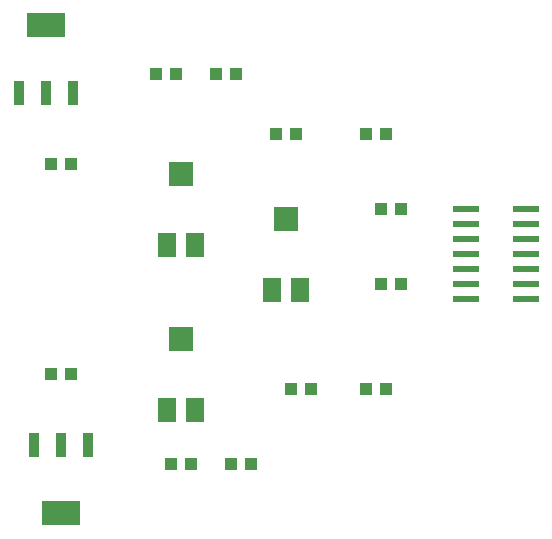
<source format=gbr>
G04 EAGLE Gerber RS-274X export*
G75*
%MOMM*%
%FSLAX34Y34*%
%LPD*%
%INSolderpaste Top*%
%IPPOS*%
%AMOC8*
5,1,8,0,0,1.08239X$1,22.5*%
G01*
%ADD10R,1.000000X1.100000*%
%ADD11R,1.100000X1.000000*%
%ADD12R,0.950000X2.150000*%
%ADD13R,3.250000X2.150000*%
%ADD14R,2.286000X0.558800*%
%ADD15R,1.600000X2.000000*%
%ADD16R,2.000000X2.000000*%


D10*
X334400Y139700D03*
X351400Y139700D03*
X347100Y292100D03*
X364100Y292100D03*
X270900Y139700D03*
X287900Y139700D03*
X351400Y355600D03*
X334400Y355600D03*
X347100Y228600D03*
X364100Y228600D03*
X258200Y355600D03*
X275200Y355600D03*
D11*
X207400Y406400D03*
X224400Y406400D03*
X67700Y330200D03*
X84700Y330200D03*
X67700Y152400D03*
X84700Y152400D03*
X169300Y76200D03*
X186300Y76200D03*
D10*
X156600Y406400D03*
X173600Y406400D03*
X220100Y76200D03*
X237100Y76200D03*
D12*
X40500Y390100D03*
X63500Y390100D03*
X86500Y390100D03*
D13*
X63500Y448100D03*
D12*
X99200Y92500D03*
X76200Y92500D03*
X53200Y92500D03*
D13*
X76200Y34500D03*
D14*
X419354Y292100D03*
X419354Y279400D03*
X419354Y266700D03*
X419354Y254000D03*
X419354Y241300D03*
X419354Y228600D03*
X419354Y215900D03*
X469646Y215900D03*
X469646Y228600D03*
X469646Y241300D03*
X469646Y254000D03*
X469646Y266700D03*
X469646Y279400D03*
X469646Y292100D03*
D15*
X189550Y262100D03*
D16*
X177800Y322100D03*
D15*
X166050Y262100D03*
X189550Y122400D03*
D16*
X177800Y182400D03*
D15*
X166050Y122400D03*
X278450Y224000D03*
D16*
X266700Y284000D03*
D15*
X254950Y224000D03*
M02*

</source>
